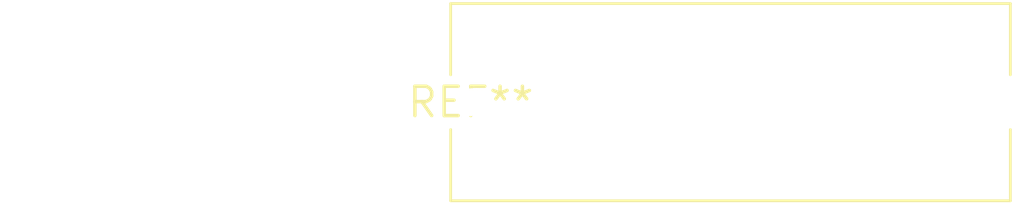
<source format=kicad_pcb>
(kicad_pcb (version 20240108) (generator pcbnew)
  (layers (0 "F.Cu" signal) (31 "B.Cu" signal) (34 "B.Paste" user) (35 "F.Paste" user) (36 "B.SilkS" user "B.Silkscreen") (37 "F.SilkS" user "F.Silkscreen") (38 "B.Mask" user) (39 "F.Mask" user) (44 "Edge.Cuts" user))
  (net 0 "")
  (footprint "C_Rect_L24.0mm_W8.3mm_P22.50mm_MKT" (layer "F.Cu") (at 0 0)
    (property "Reference" "REF**")
    (property "Value" "C_Rect_L24.0mm_W8.3mm_P22.50mm_MKT")
    (fp_line (start -0.87 -4.27) (end -0.87 -1.185) (layer "F.SilkS") (stroke (width 0.12)))
    (fp_line (start -0.87 -4.27) (end 23.37 -4.27) (layer "F.SilkS") (stroke (width 0.12)))
    (fp_line (start -0.87 1.185) (end -0.87 4.27) (layer "F.SilkS") (stroke (width 0.12)))
    (fp_line (start -0.87 4.27) (end 23.37 4.27) (layer "F.SilkS") (stroke (width 0.12)))
    (fp_line (start 23.37 -4.27) (end 23.37 -1.185) (layer "F.SilkS") (stroke (width 0.12)))
    (fp_line (start 23.37 1.185) (end 23.37 4.27) (layer "F.SilkS") (stroke (width 0.12)))
    (pad "1" thru_hole circle (at 0 0) (size 2.4 2.4) (drill 1.2) (layers *.Cu *.Mask) (remove_unused_layers))
    (pad "2" thru_hole circle (at 22.5 0) (size 2.4 2.4) (drill 1.2) (layers *.Cu *.Mask) (remove_unused_layers))
  )
)
</source>
